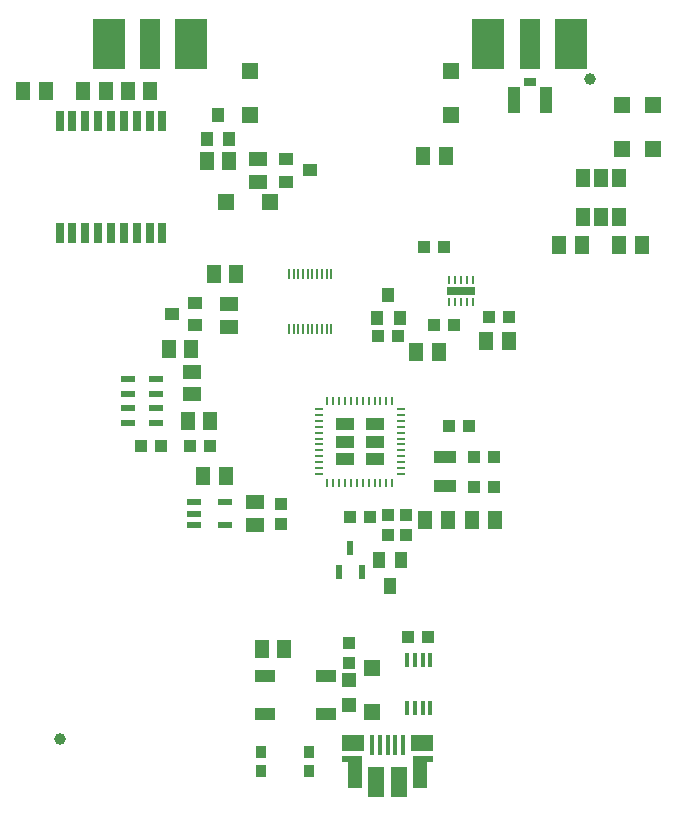
<source format=gbr>
G04 EAGLE Gerber X2 export*
%TF.Part,Single*%
%TF.FileFunction,Paste,Top*%
%TF.FilePolarity,Positive*%
%TF.GenerationSoftware,Autodesk,EAGLE,9.2.2*%
%TF.CreationDate,2019-01-17T14:04:39Z*%
G75*
%MOMM*%
%FSLAX34Y34*%
%LPD*%
%INSolderpaste Top*%
%AMOC8*
5,1,8,0,0,1.08239X$1,22.5*%
G01*
%ADD10C,1.000762*%
%ADD11R,1.240000X1.500000*%
%ADD12R,1.000000X1.100000*%
%ADD13R,1.500000X1.240000*%
%ADD14R,1.100000X1.000000*%
%ADD15R,1.200000X0.550000*%
%ADD16R,1.400000X1.400000*%
%ADD17R,0.750000X0.250000*%
%ADD18R,0.250000X0.750000*%
%ADD19R,1.500000X1.000000*%
%ADD20R,1.900000X1.100000*%
%ADD21R,1.200000X1.000000*%
%ADD22R,1.200000X0.500000*%
%ADD23R,0.230000X0.930000*%
%ADD24R,0.200000X0.890000*%
%ADD25R,0.254000X0.711200*%
%ADD26R,2.387600X0.635000*%
%ADD27R,0.900000X1.000000*%
%ADD28R,1.968500X1.333500*%
%ADD29R,1.270000X2.794000*%
%ADD30R,1.778000X0.571500*%
%ADD31R,1.424941X2.499994*%
%ADD32R,0.400000X1.750000*%
%ADD33R,1.168400X1.600200*%
%ADD34R,0.558800X1.270000*%
%ADD35R,1.050000X2.200000*%
%ADD36R,1.000000X0.800000*%
%ADD37R,0.800000X1.800000*%
%ADD38R,0.700000X1.800000*%
%ADD39R,1.778000X4.191000*%
%ADD40R,2.667000X4.191000*%
%ADD41R,1.651000X1.000000*%
%ADD42R,0.400000X1.200000*%
%ADD43R,1.200000X1.200000*%
%ADD44R,1.000000X1.200000*%
%ADD45R,1.000000X1.400000*%


D10*
X50800Y50800D03*
X499364Y609600D03*
D11*
X172110Y273050D03*
X191110Y273050D03*
D12*
X238125Y250118D03*
X238125Y233118D03*
D13*
X215900Y251118D03*
X215900Y232118D03*
D14*
X380120Y315913D03*
X397120Y315913D03*
D15*
X164799Y251118D03*
X164799Y241618D03*
X164799Y232118D03*
X190801Y232118D03*
X190801Y251118D03*
D16*
X228368Y505778D03*
X191368Y505778D03*
D17*
X339550Y275078D03*
X339550Y280078D03*
X339550Y285078D03*
X339550Y290078D03*
X339550Y295078D03*
X339550Y300078D03*
X339550Y305078D03*
X339550Y310078D03*
X339550Y315078D03*
X339550Y320078D03*
X339550Y325078D03*
D18*
X332300Y337328D03*
X327300Y337328D03*
X322300Y337328D03*
X317300Y337328D03*
X312300Y337328D03*
X307300Y337328D03*
X302300Y337328D03*
X297300Y337328D03*
X292300Y337328D03*
X287300Y337328D03*
X282300Y337328D03*
D17*
X270050Y330078D03*
X270050Y325078D03*
X270050Y320078D03*
X270050Y315078D03*
X270050Y310078D03*
X270050Y305078D03*
X270050Y300078D03*
X270050Y295078D03*
X270050Y290078D03*
X270050Y285078D03*
X270050Y280078D03*
D18*
X277300Y267828D03*
X282300Y267828D03*
X287300Y267828D03*
X292300Y267828D03*
X297300Y267828D03*
X302300Y267828D03*
X307300Y267828D03*
X312300Y267828D03*
X317300Y267828D03*
X322300Y267828D03*
X327300Y267828D03*
D19*
X292300Y287578D03*
X292300Y302578D03*
X292300Y317578D03*
X317300Y317578D03*
X317300Y302578D03*
X317300Y287578D03*
D17*
X339550Y330078D03*
D18*
X277300Y337328D03*
D17*
X270050Y275078D03*
D18*
X332300Y267828D03*
D14*
X313300Y239078D03*
X296300Y239078D03*
X401075Y264478D03*
X418075Y264478D03*
X401075Y289243D03*
X418075Y289243D03*
D20*
X376555Y265178D03*
X376555Y289178D03*
D11*
X371450Y378778D03*
X352450Y378778D03*
X142900Y381318D03*
X161900Y381318D03*
X181000Y444818D03*
X200000Y444818D03*
D21*
X145575Y410528D03*
X165575Y420028D03*
X165575Y401028D03*
D13*
X193675Y418758D03*
X193675Y399758D03*
D22*
X132333Y318118D03*
X132333Y330618D03*
X132333Y343118D03*
X132333Y355618D03*
X108333Y318118D03*
X108333Y330618D03*
X108333Y343118D03*
X108333Y355618D03*
D23*
X280712Y444368D03*
X280712Y397668D03*
X276712Y444368D03*
X276712Y397668D03*
X272712Y444368D03*
X272712Y397668D03*
X268712Y444368D03*
X268712Y397668D03*
X264712Y444368D03*
X264712Y397668D03*
X260712Y444368D03*
X260712Y397668D03*
X256712Y444368D03*
X256712Y397668D03*
X252712Y444368D03*
X252712Y397668D03*
X248712Y444368D03*
X248712Y397668D03*
X244712Y444368D03*
X244712Y397668D03*
D24*
X280712Y397468D03*
X276712Y444568D03*
X276712Y397468D03*
X272712Y444568D03*
X272712Y397468D03*
X268712Y444568D03*
X268712Y397468D03*
X264712Y444568D03*
X264712Y397468D03*
X260712Y444568D03*
X260712Y397468D03*
X256712Y444568D03*
X256712Y397468D03*
X252712Y444568D03*
X252712Y397468D03*
X248712Y444568D03*
X248712Y397468D03*
X244712Y444568D03*
X244712Y397468D03*
D13*
X162560Y361608D03*
X162560Y342608D03*
D25*
X380619Y420815D03*
X385445Y420815D03*
X390525Y420815D03*
X395605Y420815D03*
X400431Y420815D03*
X400431Y439611D03*
X395605Y439611D03*
X390525Y439611D03*
X385445Y439611D03*
X380619Y439611D03*
D26*
X390525Y430213D03*
D14*
X367420Y401003D03*
X384420Y401003D03*
D11*
X473735Y468630D03*
X492735Y468630D03*
D14*
X359165Y467043D03*
X376165Y467043D03*
D11*
X411823Y387985D03*
X430823Y387985D03*
X358483Y544513D03*
X377483Y544513D03*
D27*
X220800Y23750D03*
X220800Y39750D03*
X261800Y39750D03*
X261800Y23750D03*
D28*
X299403Y47308D03*
X357188Y47308D03*
D29*
X300990Y22860D03*
D30*
X298450Y33973D03*
X358140Y33973D03*
D29*
X355600Y22860D03*
D31*
X318670Y14500D03*
X337920Y14500D03*
D32*
X328295Y45250D03*
X321795Y45250D03*
X341295Y45250D03*
X334795Y45250D03*
X315295Y45250D03*
D14*
X136135Y298450D03*
X119135Y298450D03*
X161045Y298450D03*
X178045Y298450D03*
D33*
X523875Y526098D03*
X508635Y526098D03*
X493395Y526098D03*
D34*
X287465Y191834D03*
X306261Y191834D03*
X296863Y212662D03*
D35*
X435195Y592138D03*
X462695Y592138D03*
D36*
X448945Y607388D03*
D37*
X127115Y573820D03*
X116115Y573820D03*
X105115Y573820D03*
X94115Y573820D03*
X83115Y573820D03*
X72115Y573820D03*
X61115Y573820D03*
D38*
X50615Y573820D03*
X137615Y573820D03*
D37*
X127115Y478820D03*
X116115Y478820D03*
X105115Y478820D03*
X94115Y478820D03*
X83115Y478820D03*
X72115Y478820D03*
X61115Y478820D03*
D38*
X50615Y478820D03*
X137615Y478820D03*
D11*
X89510Y599758D03*
X70510Y599758D03*
X108293Y599758D03*
X127293Y599758D03*
X39028Y599440D03*
X20028Y599440D03*
D39*
X127000Y639246D03*
D40*
X161946Y639246D03*
X92054Y639246D03*
D41*
X224738Y104265D03*
X276278Y104265D03*
X276278Y72265D03*
X224738Y72265D03*
D39*
X448564Y639246D03*
D40*
X483510Y639246D03*
X413618Y639246D03*
D11*
X240958Y126683D03*
X221958Y126683D03*
D42*
X344898Y76973D03*
X351398Y76973D03*
X357898Y76973D03*
X364398Y76973D03*
X364398Y117973D03*
X357898Y117973D03*
X351398Y117973D03*
X344898Y117973D03*
D14*
X345195Y137160D03*
X362195Y137160D03*
D43*
X295910Y79670D03*
X295910Y100670D03*
D12*
X295593Y132008D03*
X295593Y115008D03*
D16*
X314960Y110575D03*
X314960Y73575D03*
D33*
X523875Y492443D03*
X508635Y492443D03*
X493395Y492443D03*
D11*
X543535Y468630D03*
X524535Y468630D03*
X159093Y320358D03*
X178093Y320358D03*
X379070Y235903D03*
X360070Y235903D03*
X419075Y235903D03*
X400075Y235903D03*
D44*
X184785Y578643D03*
X194285Y558643D03*
X175285Y558643D03*
D11*
X175285Y540068D03*
X194285Y540068D03*
D21*
X262730Y532130D03*
X242730Y522630D03*
X242730Y541630D03*
D13*
X218758Y541630D03*
X218758Y522630D03*
D16*
X382270Y579353D03*
X382270Y616353D03*
X211773Y579035D03*
X211773Y616035D03*
X526733Y550143D03*
X526733Y587143D03*
X552768Y550143D03*
X552768Y587143D03*
D44*
X328930Y426878D03*
X338430Y406878D03*
X319430Y406878D03*
D45*
X330518Y180453D03*
X321018Y202453D03*
X340018Y202453D03*
D12*
X344170Y240275D03*
X344170Y223275D03*
D14*
X336795Y391795D03*
X319795Y391795D03*
X414093Y407988D03*
X431093Y407988D03*
D12*
X328295Y240275D03*
X328295Y223275D03*
M02*

</source>
